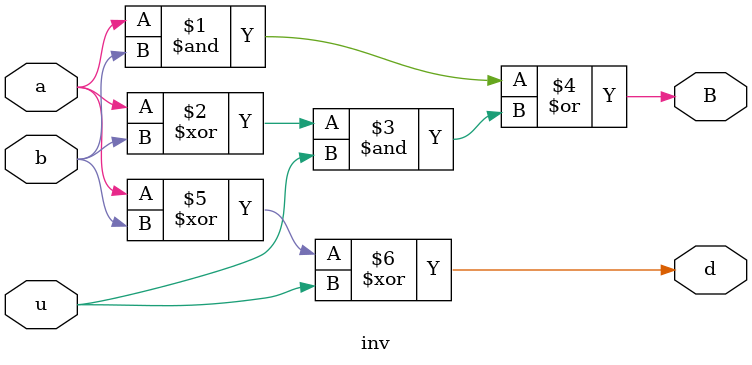
<source format=v>
`timescale 1ns / 1ps


module inv(
    input a,
    input b,
    input u,
    output d,
    output B
    );
assign B = (a&b) | ((a^b) & u);
assign d = (a ^ b) ^ u;
endmodule

</source>
